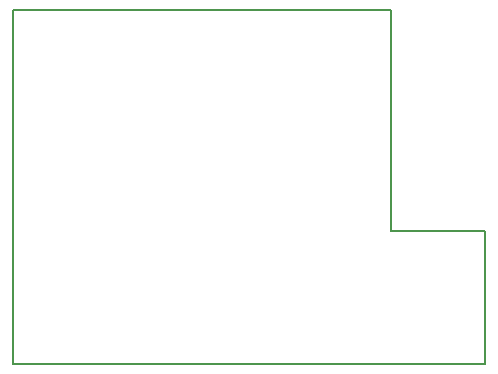
<source format=gbr>
%TF.GenerationSoftware,KiCad,Pcbnew,(6.0.7)*%
%TF.CreationDate,2025-06-10T03:22:10+09:00*%
%TF.ProjectId,AvatarSense,41766174-6172-4536-956e-73652e6b6963,rev?*%
%TF.SameCoordinates,Original*%
%TF.FileFunction,Profile,NP*%
%FSLAX46Y46*%
G04 Gerber Fmt 4.6, Leading zero omitted, Abs format (unit mm)*
G04 Created by KiCad (PCBNEW (6.0.7)) date 2025-06-10 03:22:10*
%MOMM*%
%LPD*%
G01*
G04 APERTURE LIST*
%TA.AperFunction,Profile*%
%ADD10C,0.200000*%
%TD*%
G04 APERTURE END LIST*
D10*
X100000000Y-100000000D02*
X132000000Y-100000000D01*
X100000000Y-100000000D02*
X100000000Y-130000000D01*
X100000000Y-130000000D02*
X140000000Y-130000000D01*
X132000000Y-118750000D02*
X140000000Y-118750000D01*
X140000000Y-130000000D02*
X140000000Y-118750000D01*
X132000000Y-118750000D02*
X132000000Y-100000000D01*
M02*

</source>
